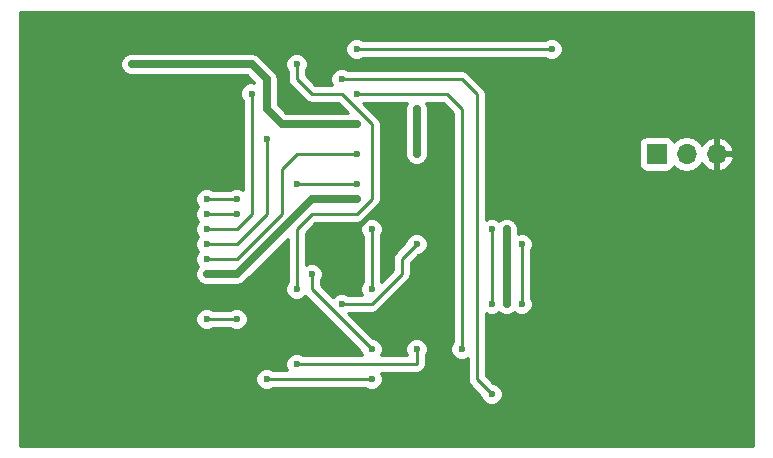
<source format=gbr>
G04 #@! TF.FileFunction,Copper,L2,Bot,Signal*
%FSLAX46Y46*%
G04 Gerber Fmt 4.6, Leading zero omitted, Abs format (unit mm)*
G04 Created by KiCad (PCBNEW 4.0.7) date Tue Nov 21 09:12:45 2017*
%MOMM*%
%LPD*%
G01*
G04 APERTURE LIST*
%ADD10C,0.100000*%
%ADD11R,1.700000X1.700000*%
%ADD12O,1.700000X1.700000*%
%ADD13C,0.600000*%
%ADD14C,0.250000*%
%ADD15C,0.635000*%
%ADD16C,0.254000*%
G04 APERTURE END LIST*
D10*
D11*
X158750000Y-83820000D03*
D12*
X161290000Y-83820000D03*
X163830000Y-83820000D03*
D13*
X107950000Y-94650000D03*
X107950000Y-99660000D03*
X107950000Y-103540000D03*
X163830000Y-98425000D03*
X163830000Y-103470000D03*
X163830000Y-94580000D03*
X147320000Y-78740000D03*
X132080000Y-91440000D03*
X139700000Y-93980000D03*
X107950000Y-101600000D03*
X107950000Y-96520000D03*
X129540000Y-106680000D03*
X163830000Y-96520000D03*
X163830000Y-101600000D03*
X112130000Y-74560000D03*
X123190000Y-73660000D03*
X130810000Y-72390000D03*
X146050000Y-73660000D03*
X121920000Y-76200000D03*
X133350000Y-81280000D03*
X114300000Y-76200000D03*
X146050000Y-90170000D03*
X146050000Y-96520000D03*
X144780000Y-90170000D03*
X144780000Y-96520000D03*
X133350000Y-83820000D03*
X120650000Y-92710000D03*
X128270000Y-86360000D03*
X133350000Y-86360000D03*
X125730000Y-82510000D03*
X120650000Y-91440000D03*
X142240000Y-100330000D03*
X133350000Y-78740000D03*
X124460000Y-78700000D03*
X120650000Y-90170000D03*
X144780000Y-104140000D03*
X132080000Y-77470000D03*
X149860000Y-74930000D03*
X133350000Y-74930000D03*
X128270000Y-76200000D03*
X128270000Y-95250000D03*
X134620000Y-90170000D03*
X134620000Y-95250000D03*
X138430000Y-100330000D03*
X128270000Y-101600000D03*
X125730000Y-102870000D03*
X134620000Y-102870000D03*
X120650000Y-87630000D03*
X123190000Y-87630000D03*
X120650000Y-97790000D03*
X123190000Y-97790000D03*
X147320000Y-91440000D03*
X147320000Y-96520000D03*
X138430000Y-91440000D03*
X132080000Y-96520000D03*
X138430000Y-80010000D03*
X138430000Y-83820000D03*
X133350000Y-87630000D03*
X120650000Y-93980000D03*
X120650000Y-88900000D03*
X123190000Y-88900000D03*
X129540000Y-93980000D03*
X134620000Y-100330000D03*
D14*
X163830000Y-96520000D02*
X163830000Y-93980000D01*
X163830000Y-102870000D02*
X163830000Y-106680000D01*
X163830000Y-106680000D02*
X139700000Y-106680000D01*
X107950000Y-94650000D02*
X107950000Y-95250000D01*
X107950000Y-96520000D02*
X107950000Y-95250000D01*
X107950000Y-99060000D02*
X107950000Y-96520000D01*
X107950000Y-101600000D02*
X107950000Y-99060000D01*
X107950000Y-104140000D02*
X107950000Y-106680000D01*
X107950000Y-101600000D02*
X107950000Y-104140000D01*
X107950000Y-106680000D02*
X129540000Y-106680000D01*
X163830000Y-98425000D02*
X163830000Y-101600000D01*
X163830000Y-97790000D02*
X163830000Y-98425000D01*
X163830000Y-97790000D02*
X163830000Y-96520000D01*
X163830000Y-102870000D02*
X163830000Y-103470000D01*
X147320000Y-78740000D02*
X147320000Y-80010000D01*
X139700000Y-88900000D02*
X139700000Y-93980000D01*
X134620000Y-88900000D02*
X139700000Y-88900000D01*
X132080000Y-91440000D02*
X134620000Y-88900000D01*
X139700000Y-93980000D02*
X139700000Y-106680000D01*
X129540000Y-106680000D02*
X139700000Y-106680000D01*
X163830000Y-102870000D02*
X163830000Y-101600000D01*
X163830000Y-93980000D02*
X163830000Y-83820000D01*
X122290000Y-74560000D02*
X123190000Y-73660000D01*
X112130000Y-74560000D02*
X122290000Y-74560000D01*
X123190000Y-73660000D02*
X130810000Y-73660000D01*
X130810000Y-73660000D02*
X146050000Y-73660000D01*
X130810000Y-72390000D02*
X130810000Y-73660000D01*
X151130000Y-73660000D02*
X151130000Y-81280000D01*
X146050000Y-73660000D02*
X151130000Y-73660000D01*
X147320000Y-80010000D02*
X148590000Y-81280000D01*
X148590000Y-81280000D02*
X151130000Y-81280000D01*
X163830000Y-81280000D02*
X163830000Y-83820000D01*
X151130000Y-81280000D02*
X163830000Y-81280000D01*
D15*
X132080000Y-81280000D02*
X133350000Y-81280000D01*
X124460000Y-76200000D02*
X121920000Y-76200000D01*
X121920000Y-76200000D02*
X114300000Y-76200000D01*
X127000000Y-81280000D02*
X125730000Y-80010000D01*
X125730000Y-80010000D02*
X125730000Y-77470000D01*
X125730000Y-77470000D02*
X124460000Y-76200000D01*
X127000000Y-81280000D02*
X132080000Y-81280000D01*
X146050000Y-90170000D02*
X146050000Y-96520000D01*
D14*
X144780000Y-96520000D02*
X144780000Y-90170000D01*
X120650000Y-92710000D02*
X123190000Y-92710000D01*
X128270000Y-83820000D02*
X133350000Y-83820000D01*
X127000000Y-85090000D02*
X128270000Y-83820000D01*
X127000000Y-88900000D02*
X127000000Y-85090000D01*
X123190000Y-92710000D02*
X127000000Y-88900000D01*
X128270000Y-86360000D02*
X133350000Y-86360000D01*
X125730000Y-82510000D02*
X125730000Y-88900000D01*
X120650000Y-91440000D02*
X123190000Y-91440000D01*
X123190000Y-91440000D02*
X125730000Y-88900000D01*
X140970000Y-78740000D02*
X133350000Y-78740000D01*
X142240000Y-80010000D02*
X142240000Y-100330000D01*
X140970000Y-78740000D02*
X142240000Y-80010000D01*
X124460000Y-78700000D02*
X124460000Y-88900000D01*
X123190000Y-90170000D02*
X124460000Y-88900000D01*
X120650000Y-90170000D02*
X123190000Y-90170000D01*
X142240000Y-77470000D02*
X132080000Y-77470000D01*
X143510000Y-102870000D02*
X144780000Y-104140000D01*
X143510000Y-78740000D02*
X143510000Y-102870000D01*
X142240000Y-77470000D02*
X143510000Y-78740000D01*
X149860000Y-74930000D02*
X133350000Y-74930000D01*
X128270000Y-77470000D02*
X128270000Y-76200000D01*
X129540000Y-78740000D02*
X128270000Y-77470000D01*
X132080000Y-78740000D02*
X129540000Y-78740000D01*
X134620000Y-81280000D02*
X132080000Y-78740000D01*
X134620000Y-87630000D02*
X134620000Y-81280000D01*
X133350000Y-88900000D02*
X134620000Y-87630000D01*
X129540000Y-88900000D02*
X133350000Y-88900000D01*
X128270000Y-90170000D02*
X129540000Y-88900000D01*
X128270000Y-91440000D02*
X128270000Y-90170000D01*
X128270000Y-95250000D02*
X128270000Y-91440000D01*
X134620000Y-95250000D02*
X134620000Y-90170000D01*
X138430000Y-101600000D02*
X138430000Y-100330000D01*
X138430000Y-101600000D02*
X128270000Y-101600000D01*
X134620000Y-102870000D02*
X125730000Y-102870000D01*
X120650000Y-87630000D02*
X123190000Y-87630000D01*
X123190000Y-97790000D02*
X120650000Y-97790000D01*
X147320000Y-96520000D02*
X147320000Y-91440000D01*
X137160000Y-92710000D02*
X138430000Y-91440000D01*
X137160000Y-93980000D02*
X137160000Y-92710000D01*
X134620000Y-96520000D02*
X137160000Y-93980000D01*
X132080000Y-96520000D02*
X134620000Y-96520000D01*
D15*
X120650000Y-93980000D02*
X123190000Y-93980000D01*
X129540000Y-87630000D02*
X133350000Y-87630000D01*
X128270000Y-88900000D02*
X129540000Y-87630000D01*
X123190000Y-93980000D02*
X128270000Y-88900000D01*
X138430000Y-83820000D02*
X138430000Y-80010000D01*
D14*
X120650000Y-88900000D02*
X123190000Y-88900000D01*
X129540000Y-95250000D02*
X129540000Y-93980000D01*
X134620000Y-100330000D02*
X129540000Y-95250000D01*
D16*
G36*
X166930000Y-108510000D02*
X104850000Y-108510000D01*
X104850000Y-97975167D01*
X119714838Y-97975167D01*
X119856883Y-98318943D01*
X120119673Y-98582192D01*
X120463201Y-98724838D01*
X120835167Y-98725162D01*
X121178943Y-98583117D01*
X121212118Y-98550000D01*
X122627537Y-98550000D01*
X122659673Y-98582192D01*
X123003201Y-98724838D01*
X123375167Y-98725162D01*
X123718943Y-98583117D01*
X123982192Y-98320327D01*
X124124838Y-97976799D01*
X124125162Y-97604833D01*
X123983117Y-97261057D01*
X123720327Y-96997808D01*
X123376799Y-96855162D01*
X123004833Y-96854838D01*
X122661057Y-96996883D01*
X122627882Y-97030000D01*
X121212463Y-97030000D01*
X121180327Y-96997808D01*
X120836799Y-96855162D01*
X120464833Y-96854838D01*
X120121057Y-96996883D01*
X119857808Y-97259673D01*
X119715162Y-97603201D01*
X119714838Y-97975167D01*
X104850000Y-97975167D01*
X104850000Y-76200000D01*
X113347500Y-76200000D01*
X113364923Y-76287591D01*
X113364838Y-76385167D01*
X113402428Y-76476143D01*
X113420005Y-76564506D01*
X113469621Y-76638761D01*
X113506883Y-76728943D01*
X113576428Y-76798610D01*
X113626481Y-76873519D01*
X113700736Y-76923135D01*
X113769673Y-76992192D01*
X113860584Y-77029942D01*
X113935494Y-77079995D01*
X114023083Y-77097418D01*
X114113201Y-77134838D01*
X114211638Y-77134924D01*
X114300000Y-77152500D01*
X124065462Y-77152500D01*
X124700368Y-77787406D01*
X124646799Y-77765162D01*
X124274833Y-77764838D01*
X123931057Y-77906883D01*
X123667808Y-78169673D01*
X123525162Y-78513201D01*
X123524838Y-78885167D01*
X123666883Y-79228943D01*
X123700000Y-79262118D01*
X123700000Y-86829367D01*
X123376799Y-86695162D01*
X123004833Y-86694838D01*
X122661057Y-86836883D01*
X122627882Y-86870000D01*
X121212463Y-86870000D01*
X121180327Y-86837808D01*
X120836799Y-86695162D01*
X120464833Y-86694838D01*
X120121057Y-86836883D01*
X119857808Y-87099673D01*
X119715162Y-87443201D01*
X119714838Y-87815167D01*
X119856883Y-88158943D01*
X119962710Y-88264954D01*
X119857808Y-88369673D01*
X119715162Y-88713201D01*
X119714838Y-89085167D01*
X119856883Y-89428943D01*
X119962710Y-89534954D01*
X119857808Y-89639673D01*
X119715162Y-89983201D01*
X119714838Y-90355167D01*
X119856883Y-90698943D01*
X119962710Y-90804954D01*
X119857808Y-90909673D01*
X119715162Y-91253201D01*
X119714838Y-91625167D01*
X119856883Y-91968943D01*
X119962710Y-92074954D01*
X119857808Y-92179673D01*
X119715162Y-92523201D01*
X119714838Y-92895167D01*
X119856883Y-93238943D01*
X119955560Y-93337792D01*
X119926865Y-93380736D01*
X119857808Y-93449673D01*
X119820058Y-93540584D01*
X119770005Y-93615494D01*
X119752582Y-93703083D01*
X119715162Y-93793201D01*
X119715076Y-93891638D01*
X119697500Y-93980000D01*
X119714923Y-94067591D01*
X119714838Y-94165167D01*
X119752428Y-94256143D01*
X119770005Y-94344506D01*
X119819621Y-94418761D01*
X119856883Y-94508943D01*
X119926428Y-94578610D01*
X119976481Y-94653519D01*
X120050736Y-94703135D01*
X120119673Y-94772192D01*
X120210584Y-94809942D01*
X120285494Y-94859995D01*
X120373083Y-94877418D01*
X120463201Y-94914838D01*
X120561638Y-94914924D01*
X120650000Y-94932500D01*
X123190000Y-94932500D01*
X123554506Y-94859995D01*
X123863519Y-94653519D01*
X127510000Y-91007038D01*
X127510000Y-94687537D01*
X127477808Y-94719673D01*
X127335162Y-95063201D01*
X127334838Y-95435167D01*
X127476883Y-95778943D01*
X127739673Y-96042192D01*
X128083201Y-96184838D01*
X128455167Y-96185162D01*
X128798943Y-96043117D01*
X129028829Y-95813631D01*
X133684878Y-100469680D01*
X133684838Y-100515167D01*
X133819056Y-100840000D01*
X128832463Y-100840000D01*
X128800327Y-100807808D01*
X128456799Y-100665162D01*
X128084833Y-100664838D01*
X127741057Y-100806883D01*
X127477808Y-101069673D01*
X127335162Y-101413201D01*
X127334838Y-101785167D01*
X127469056Y-102110000D01*
X126292463Y-102110000D01*
X126260327Y-102077808D01*
X125916799Y-101935162D01*
X125544833Y-101934838D01*
X125201057Y-102076883D01*
X124937808Y-102339673D01*
X124795162Y-102683201D01*
X124794838Y-103055167D01*
X124936883Y-103398943D01*
X125199673Y-103662192D01*
X125543201Y-103804838D01*
X125915167Y-103805162D01*
X126258943Y-103663117D01*
X126292118Y-103630000D01*
X134057537Y-103630000D01*
X134089673Y-103662192D01*
X134433201Y-103804838D01*
X134805167Y-103805162D01*
X135148943Y-103663117D01*
X135412192Y-103400327D01*
X135554838Y-103056799D01*
X135555162Y-102684833D01*
X135420944Y-102360000D01*
X138430000Y-102360000D01*
X138720839Y-102302148D01*
X138967401Y-102137401D01*
X139132148Y-101890839D01*
X139190000Y-101600000D01*
X139190000Y-100892463D01*
X139222192Y-100860327D01*
X139364838Y-100516799D01*
X139365162Y-100144833D01*
X139223117Y-99801057D01*
X138960327Y-99537808D01*
X138616799Y-99395162D01*
X138244833Y-99394838D01*
X137901057Y-99536883D01*
X137637808Y-99799673D01*
X137495162Y-100143201D01*
X137494838Y-100515167D01*
X137629056Y-100840000D01*
X135420633Y-100840000D01*
X135554838Y-100516799D01*
X135555162Y-100144833D01*
X135413117Y-99801057D01*
X135150327Y-99537808D01*
X134806799Y-99395162D01*
X134759923Y-99395121D01*
X132644802Y-97280000D01*
X134620000Y-97280000D01*
X134910839Y-97222148D01*
X135157401Y-97057401D01*
X137697401Y-94517401D01*
X137862148Y-94270840D01*
X137882843Y-94166799D01*
X137920000Y-93980000D01*
X137920000Y-93024802D01*
X138569680Y-92375122D01*
X138615167Y-92375162D01*
X138958943Y-92233117D01*
X139222192Y-91970327D01*
X139364838Y-91626799D01*
X139365162Y-91254833D01*
X139223117Y-90911057D01*
X138960327Y-90647808D01*
X138616799Y-90505162D01*
X138244833Y-90504838D01*
X137901057Y-90646883D01*
X137637808Y-90909673D01*
X137495162Y-91253201D01*
X137495121Y-91300077D01*
X136622599Y-92172599D01*
X136457852Y-92419161D01*
X136400000Y-92710000D01*
X136400000Y-93665198D01*
X135380000Y-94685198D01*
X135380000Y-90732463D01*
X135412192Y-90700327D01*
X135554838Y-90356799D01*
X135555162Y-89984833D01*
X135413117Y-89641057D01*
X135150327Y-89377808D01*
X134806799Y-89235162D01*
X134434833Y-89234838D01*
X134091057Y-89376883D01*
X133827808Y-89639673D01*
X133685162Y-89983201D01*
X133684838Y-90355167D01*
X133826883Y-90698943D01*
X133860000Y-90732118D01*
X133860000Y-94687537D01*
X133827808Y-94719673D01*
X133685162Y-95063201D01*
X133684838Y-95435167D01*
X133819056Y-95760000D01*
X132642463Y-95760000D01*
X132610327Y-95727808D01*
X132266799Y-95585162D01*
X131894833Y-95584838D01*
X131551057Y-95726883D01*
X131321171Y-95956369D01*
X130300000Y-94935198D01*
X130300000Y-94542463D01*
X130332192Y-94510327D01*
X130474838Y-94166799D01*
X130475162Y-93794833D01*
X130333117Y-93451057D01*
X130070327Y-93187808D01*
X129726799Y-93045162D01*
X129354833Y-93044838D01*
X129030000Y-93179056D01*
X129030000Y-90484802D01*
X129854802Y-89660000D01*
X133350000Y-89660000D01*
X133640839Y-89602148D01*
X133887401Y-89437401D01*
X135157401Y-88167401D01*
X135322148Y-87920840D01*
X135380000Y-87630000D01*
X135380000Y-81280000D01*
X135322148Y-80989161D01*
X135322148Y-80989160D01*
X135157401Y-80742599D01*
X133914802Y-79500000D01*
X137629367Y-79500000D01*
X137600058Y-79570584D01*
X137550005Y-79645494D01*
X137532582Y-79733083D01*
X137495162Y-79823201D01*
X137495076Y-79921638D01*
X137477500Y-80010000D01*
X137477500Y-83820000D01*
X137494923Y-83907591D01*
X137494838Y-84005167D01*
X137532428Y-84096143D01*
X137550005Y-84184506D01*
X137599621Y-84258761D01*
X137636883Y-84348943D01*
X137706428Y-84418610D01*
X137756481Y-84493519D01*
X137830736Y-84543135D01*
X137899673Y-84612192D01*
X137990584Y-84649942D01*
X138065494Y-84699995D01*
X138153083Y-84717418D01*
X138243201Y-84754838D01*
X138341638Y-84754924D01*
X138430000Y-84772500D01*
X138517591Y-84755077D01*
X138615167Y-84755162D01*
X138706143Y-84717572D01*
X138794506Y-84699995D01*
X138868761Y-84650379D01*
X138958943Y-84613117D01*
X139028610Y-84543572D01*
X139103519Y-84493519D01*
X139153135Y-84419264D01*
X139222192Y-84350327D01*
X139259942Y-84259416D01*
X139309995Y-84184506D01*
X139327418Y-84096917D01*
X139364838Y-84006799D01*
X139364924Y-83908362D01*
X139382500Y-83820000D01*
X139382500Y-80010000D01*
X139365077Y-79922409D01*
X139365162Y-79824833D01*
X139327572Y-79733857D01*
X139309995Y-79645494D01*
X139260379Y-79571239D01*
X139230944Y-79500000D01*
X140655198Y-79500000D01*
X141480000Y-80324802D01*
X141480000Y-99767537D01*
X141447808Y-99799673D01*
X141305162Y-100143201D01*
X141304838Y-100515167D01*
X141446883Y-100858943D01*
X141709673Y-101122192D01*
X142053201Y-101264838D01*
X142425167Y-101265162D01*
X142750000Y-101130944D01*
X142750000Y-102870000D01*
X142807852Y-103160839D01*
X142972599Y-103407401D01*
X143844878Y-104279680D01*
X143844838Y-104325167D01*
X143986883Y-104668943D01*
X144249673Y-104932192D01*
X144593201Y-105074838D01*
X144965167Y-105075162D01*
X145308943Y-104933117D01*
X145572192Y-104670327D01*
X145714838Y-104326799D01*
X145715162Y-103954833D01*
X145573117Y-103611057D01*
X145310327Y-103347808D01*
X144966799Y-103205162D01*
X144919923Y-103205121D01*
X144270000Y-102555198D01*
X144270000Y-97320633D01*
X144593201Y-97454838D01*
X144965167Y-97455162D01*
X145308943Y-97313117D01*
X145407792Y-97214440D01*
X145450736Y-97243135D01*
X145519673Y-97312192D01*
X145610584Y-97349942D01*
X145685494Y-97399995D01*
X145773083Y-97417418D01*
X145863201Y-97454838D01*
X145961638Y-97454924D01*
X146050000Y-97472500D01*
X146137591Y-97455077D01*
X146235167Y-97455162D01*
X146326143Y-97417572D01*
X146414506Y-97399995D01*
X146488761Y-97350379D01*
X146578943Y-97313117D01*
X146648610Y-97243572D01*
X146692138Y-97214487D01*
X146789673Y-97312192D01*
X147133201Y-97454838D01*
X147505167Y-97455162D01*
X147848943Y-97313117D01*
X148112192Y-97050327D01*
X148254838Y-96706799D01*
X148255162Y-96334833D01*
X148113117Y-95991057D01*
X148080000Y-95957882D01*
X148080000Y-92002463D01*
X148112192Y-91970327D01*
X148254838Y-91626799D01*
X148255162Y-91254833D01*
X148113117Y-90911057D01*
X147850327Y-90647808D01*
X147506799Y-90505162D01*
X147134833Y-90504838D01*
X147002500Y-90559517D01*
X147002500Y-90170000D01*
X146985077Y-90082409D01*
X146985162Y-89984833D01*
X146947572Y-89893857D01*
X146929995Y-89805494D01*
X146880379Y-89731239D01*
X146843117Y-89641057D01*
X146773572Y-89571390D01*
X146723519Y-89496481D01*
X146649264Y-89446865D01*
X146580327Y-89377808D01*
X146489416Y-89340058D01*
X146414506Y-89290005D01*
X146326917Y-89272582D01*
X146236799Y-89235162D01*
X146138362Y-89235076D01*
X146050000Y-89217500D01*
X145962409Y-89234923D01*
X145864833Y-89234838D01*
X145773857Y-89272428D01*
X145685494Y-89290005D01*
X145611239Y-89339621D01*
X145521057Y-89376883D01*
X145451390Y-89446428D01*
X145407862Y-89475513D01*
X145310327Y-89377808D01*
X144966799Y-89235162D01*
X144594833Y-89234838D01*
X144270000Y-89369056D01*
X144270000Y-82970000D01*
X157252560Y-82970000D01*
X157252560Y-84670000D01*
X157296838Y-84905317D01*
X157435910Y-85121441D01*
X157648110Y-85266431D01*
X157900000Y-85317440D01*
X159600000Y-85317440D01*
X159835317Y-85273162D01*
X160051441Y-85134090D01*
X160196431Y-84921890D01*
X160210086Y-84854459D01*
X160239946Y-84899147D01*
X160721715Y-85221054D01*
X161290000Y-85334093D01*
X161858285Y-85221054D01*
X162340054Y-84899147D01*
X162567702Y-84558447D01*
X162634817Y-84701358D01*
X163063076Y-85091645D01*
X163473110Y-85261476D01*
X163703000Y-85140155D01*
X163703000Y-83947000D01*
X163957000Y-83947000D01*
X163957000Y-85140155D01*
X164186890Y-85261476D01*
X164596924Y-85091645D01*
X165025183Y-84701358D01*
X165271486Y-84176892D01*
X165150819Y-83947000D01*
X163957000Y-83947000D01*
X163703000Y-83947000D01*
X163683000Y-83947000D01*
X163683000Y-83693000D01*
X163703000Y-83693000D01*
X163703000Y-82499845D01*
X163957000Y-82499845D01*
X163957000Y-83693000D01*
X165150819Y-83693000D01*
X165271486Y-83463108D01*
X165025183Y-82938642D01*
X164596924Y-82548355D01*
X164186890Y-82378524D01*
X163957000Y-82499845D01*
X163703000Y-82499845D01*
X163473110Y-82378524D01*
X163063076Y-82548355D01*
X162634817Y-82938642D01*
X162567702Y-83081553D01*
X162340054Y-82740853D01*
X161858285Y-82418946D01*
X161290000Y-82305907D01*
X160721715Y-82418946D01*
X160239946Y-82740853D01*
X160212150Y-82782452D01*
X160203162Y-82734683D01*
X160064090Y-82518559D01*
X159851890Y-82373569D01*
X159600000Y-82322560D01*
X157900000Y-82322560D01*
X157664683Y-82366838D01*
X157448559Y-82505910D01*
X157303569Y-82718110D01*
X157252560Y-82970000D01*
X144270000Y-82970000D01*
X144270000Y-78740000D01*
X144225211Y-78514833D01*
X144212148Y-78449160D01*
X144047401Y-78202599D01*
X142777401Y-76932599D01*
X142530839Y-76767852D01*
X142240000Y-76710000D01*
X132642463Y-76710000D01*
X132610327Y-76677808D01*
X132266799Y-76535162D01*
X131894833Y-76534838D01*
X131551057Y-76676883D01*
X131287808Y-76939673D01*
X131145162Y-77283201D01*
X131144838Y-77655167D01*
X131279056Y-77980000D01*
X129854802Y-77980000D01*
X129030000Y-77155198D01*
X129030000Y-76762463D01*
X129062192Y-76730327D01*
X129204838Y-76386799D01*
X129205162Y-76014833D01*
X129063117Y-75671057D01*
X128800327Y-75407808D01*
X128456799Y-75265162D01*
X128084833Y-75264838D01*
X127741057Y-75406883D01*
X127477808Y-75669673D01*
X127335162Y-76013201D01*
X127334838Y-76385167D01*
X127476883Y-76728943D01*
X127510000Y-76762118D01*
X127510000Y-77470000D01*
X127567852Y-77760839D01*
X127732599Y-78007401D01*
X129002599Y-79277401D01*
X129249160Y-79442148D01*
X129540000Y-79500000D01*
X131765198Y-79500000D01*
X132592698Y-80327500D01*
X127394538Y-80327500D01*
X126682500Y-79615462D01*
X126682500Y-77470000D01*
X126609995Y-77105494D01*
X126403519Y-76796481D01*
X125133519Y-75526481D01*
X124824506Y-75320005D01*
X124460000Y-75247500D01*
X114300000Y-75247500D01*
X114212409Y-75264923D01*
X114114833Y-75264838D01*
X114023857Y-75302428D01*
X113935494Y-75320005D01*
X113861239Y-75369621D01*
X113771057Y-75406883D01*
X113701390Y-75476428D01*
X113626481Y-75526481D01*
X113576865Y-75600736D01*
X113507808Y-75669673D01*
X113470058Y-75760584D01*
X113420005Y-75835494D01*
X113402582Y-75923083D01*
X113365162Y-76013201D01*
X113365076Y-76111638D01*
X113347500Y-76200000D01*
X104850000Y-76200000D01*
X104850000Y-75115167D01*
X132414838Y-75115167D01*
X132556883Y-75458943D01*
X132819673Y-75722192D01*
X133163201Y-75864838D01*
X133535167Y-75865162D01*
X133878943Y-75723117D01*
X133912118Y-75690000D01*
X149297537Y-75690000D01*
X149329673Y-75722192D01*
X149673201Y-75864838D01*
X150045167Y-75865162D01*
X150388943Y-75723117D01*
X150652192Y-75460327D01*
X150794838Y-75116799D01*
X150795162Y-74744833D01*
X150653117Y-74401057D01*
X150390327Y-74137808D01*
X150046799Y-73995162D01*
X149674833Y-73994838D01*
X149331057Y-74136883D01*
X149297882Y-74170000D01*
X133912463Y-74170000D01*
X133880327Y-74137808D01*
X133536799Y-73995162D01*
X133164833Y-73994838D01*
X132821057Y-74136883D01*
X132557808Y-74399673D01*
X132415162Y-74743201D01*
X132414838Y-75115167D01*
X104850000Y-75115167D01*
X104850000Y-71830000D01*
X166930000Y-71830000D01*
X166930000Y-108510000D01*
X166930000Y-108510000D01*
G37*
X166930000Y-108510000D02*
X104850000Y-108510000D01*
X104850000Y-97975167D01*
X119714838Y-97975167D01*
X119856883Y-98318943D01*
X120119673Y-98582192D01*
X120463201Y-98724838D01*
X120835167Y-98725162D01*
X121178943Y-98583117D01*
X121212118Y-98550000D01*
X122627537Y-98550000D01*
X122659673Y-98582192D01*
X123003201Y-98724838D01*
X123375167Y-98725162D01*
X123718943Y-98583117D01*
X123982192Y-98320327D01*
X124124838Y-97976799D01*
X124125162Y-97604833D01*
X123983117Y-97261057D01*
X123720327Y-96997808D01*
X123376799Y-96855162D01*
X123004833Y-96854838D01*
X122661057Y-96996883D01*
X122627882Y-97030000D01*
X121212463Y-97030000D01*
X121180327Y-96997808D01*
X120836799Y-96855162D01*
X120464833Y-96854838D01*
X120121057Y-96996883D01*
X119857808Y-97259673D01*
X119715162Y-97603201D01*
X119714838Y-97975167D01*
X104850000Y-97975167D01*
X104850000Y-76200000D01*
X113347500Y-76200000D01*
X113364923Y-76287591D01*
X113364838Y-76385167D01*
X113402428Y-76476143D01*
X113420005Y-76564506D01*
X113469621Y-76638761D01*
X113506883Y-76728943D01*
X113576428Y-76798610D01*
X113626481Y-76873519D01*
X113700736Y-76923135D01*
X113769673Y-76992192D01*
X113860584Y-77029942D01*
X113935494Y-77079995D01*
X114023083Y-77097418D01*
X114113201Y-77134838D01*
X114211638Y-77134924D01*
X114300000Y-77152500D01*
X124065462Y-77152500D01*
X124700368Y-77787406D01*
X124646799Y-77765162D01*
X124274833Y-77764838D01*
X123931057Y-77906883D01*
X123667808Y-78169673D01*
X123525162Y-78513201D01*
X123524838Y-78885167D01*
X123666883Y-79228943D01*
X123700000Y-79262118D01*
X123700000Y-86829367D01*
X123376799Y-86695162D01*
X123004833Y-86694838D01*
X122661057Y-86836883D01*
X122627882Y-86870000D01*
X121212463Y-86870000D01*
X121180327Y-86837808D01*
X120836799Y-86695162D01*
X120464833Y-86694838D01*
X120121057Y-86836883D01*
X119857808Y-87099673D01*
X119715162Y-87443201D01*
X119714838Y-87815167D01*
X119856883Y-88158943D01*
X119962710Y-88264954D01*
X119857808Y-88369673D01*
X119715162Y-88713201D01*
X119714838Y-89085167D01*
X119856883Y-89428943D01*
X119962710Y-89534954D01*
X119857808Y-89639673D01*
X119715162Y-89983201D01*
X119714838Y-90355167D01*
X119856883Y-90698943D01*
X119962710Y-90804954D01*
X119857808Y-90909673D01*
X119715162Y-91253201D01*
X119714838Y-91625167D01*
X119856883Y-91968943D01*
X119962710Y-92074954D01*
X119857808Y-92179673D01*
X119715162Y-92523201D01*
X119714838Y-92895167D01*
X119856883Y-93238943D01*
X119955560Y-93337792D01*
X119926865Y-93380736D01*
X119857808Y-93449673D01*
X119820058Y-93540584D01*
X119770005Y-93615494D01*
X119752582Y-93703083D01*
X119715162Y-93793201D01*
X119715076Y-93891638D01*
X119697500Y-93980000D01*
X119714923Y-94067591D01*
X119714838Y-94165167D01*
X119752428Y-94256143D01*
X119770005Y-94344506D01*
X119819621Y-94418761D01*
X119856883Y-94508943D01*
X119926428Y-94578610D01*
X119976481Y-94653519D01*
X120050736Y-94703135D01*
X120119673Y-94772192D01*
X120210584Y-94809942D01*
X120285494Y-94859995D01*
X120373083Y-94877418D01*
X120463201Y-94914838D01*
X120561638Y-94914924D01*
X120650000Y-94932500D01*
X123190000Y-94932500D01*
X123554506Y-94859995D01*
X123863519Y-94653519D01*
X127510000Y-91007038D01*
X127510000Y-94687537D01*
X127477808Y-94719673D01*
X127335162Y-95063201D01*
X127334838Y-95435167D01*
X127476883Y-95778943D01*
X127739673Y-96042192D01*
X128083201Y-96184838D01*
X128455167Y-96185162D01*
X128798943Y-96043117D01*
X129028829Y-95813631D01*
X133684878Y-100469680D01*
X133684838Y-100515167D01*
X133819056Y-100840000D01*
X128832463Y-100840000D01*
X128800327Y-100807808D01*
X128456799Y-100665162D01*
X128084833Y-100664838D01*
X127741057Y-100806883D01*
X127477808Y-101069673D01*
X127335162Y-101413201D01*
X127334838Y-101785167D01*
X127469056Y-102110000D01*
X126292463Y-102110000D01*
X126260327Y-102077808D01*
X125916799Y-101935162D01*
X125544833Y-101934838D01*
X125201057Y-102076883D01*
X124937808Y-102339673D01*
X124795162Y-102683201D01*
X124794838Y-103055167D01*
X124936883Y-103398943D01*
X125199673Y-103662192D01*
X125543201Y-103804838D01*
X125915167Y-103805162D01*
X126258943Y-103663117D01*
X126292118Y-103630000D01*
X134057537Y-103630000D01*
X134089673Y-103662192D01*
X134433201Y-103804838D01*
X134805167Y-103805162D01*
X135148943Y-103663117D01*
X135412192Y-103400327D01*
X135554838Y-103056799D01*
X135555162Y-102684833D01*
X135420944Y-102360000D01*
X138430000Y-102360000D01*
X138720839Y-102302148D01*
X138967401Y-102137401D01*
X139132148Y-101890839D01*
X139190000Y-101600000D01*
X139190000Y-100892463D01*
X139222192Y-100860327D01*
X139364838Y-100516799D01*
X139365162Y-100144833D01*
X139223117Y-99801057D01*
X138960327Y-99537808D01*
X138616799Y-99395162D01*
X138244833Y-99394838D01*
X137901057Y-99536883D01*
X137637808Y-99799673D01*
X137495162Y-100143201D01*
X137494838Y-100515167D01*
X137629056Y-100840000D01*
X135420633Y-100840000D01*
X135554838Y-100516799D01*
X135555162Y-100144833D01*
X135413117Y-99801057D01*
X135150327Y-99537808D01*
X134806799Y-99395162D01*
X134759923Y-99395121D01*
X132644802Y-97280000D01*
X134620000Y-97280000D01*
X134910839Y-97222148D01*
X135157401Y-97057401D01*
X137697401Y-94517401D01*
X137862148Y-94270840D01*
X137882843Y-94166799D01*
X137920000Y-93980000D01*
X137920000Y-93024802D01*
X138569680Y-92375122D01*
X138615167Y-92375162D01*
X138958943Y-92233117D01*
X139222192Y-91970327D01*
X139364838Y-91626799D01*
X139365162Y-91254833D01*
X139223117Y-90911057D01*
X138960327Y-90647808D01*
X138616799Y-90505162D01*
X138244833Y-90504838D01*
X137901057Y-90646883D01*
X137637808Y-90909673D01*
X137495162Y-91253201D01*
X137495121Y-91300077D01*
X136622599Y-92172599D01*
X136457852Y-92419161D01*
X136400000Y-92710000D01*
X136400000Y-93665198D01*
X135380000Y-94685198D01*
X135380000Y-90732463D01*
X135412192Y-90700327D01*
X135554838Y-90356799D01*
X135555162Y-89984833D01*
X135413117Y-89641057D01*
X135150327Y-89377808D01*
X134806799Y-89235162D01*
X134434833Y-89234838D01*
X134091057Y-89376883D01*
X133827808Y-89639673D01*
X133685162Y-89983201D01*
X133684838Y-90355167D01*
X133826883Y-90698943D01*
X133860000Y-90732118D01*
X133860000Y-94687537D01*
X133827808Y-94719673D01*
X133685162Y-95063201D01*
X133684838Y-95435167D01*
X133819056Y-95760000D01*
X132642463Y-95760000D01*
X132610327Y-95727808D01*
X132266799Y-95585162D01*
X131894833Y-95584838D01*
X131551057Y-95726883D01*
X131321171Y-95956369D01*
X130300000Y-94935198D01*
X130300000Y-94542463D01*
X130332192Y-94510327D01*
X130474838Y-94166799D01*
X130475162Y-93794833D01*
X130333117Y-93451057D01*
X130070327Y-93187808D01*
X129726799Y-93045162D01*
X129354833Y-93044838D01*
X129030000Y-93179056D01*
X129030000Y-90484802D01*
X129854802Y-89660000D01*
X133350000Y-89660000D01*
X133640839Y-89602148D01*
X133887401Y-89437401D01*
X135157401Y-88167401D01*
X135322148Y-87920840D01*
X135380000Y-87630000D01*
X135380000Y-81280000D01*
X135322148Y-80989161D01*
X135322148Y-80989160D01*
X135157401Y-80742599D01*
X133914802Y-79500000D01*
X137629367Y-79500000D01*
X137600058Y-79570584D01*
X137550005Y-79645494D01*
X137532582Y-79733083D01*
X137495162Y-79823201D01*
X137495076Y-79921638D01*
X137477500Y-80010000D01*
X137477500Y-83820000D01*
X137494923Y-83907591D01*
X137494838Y-84005167D01*
X137532428Y-84096143D01*
X137550005Y-84184506D01*
X137599621Y-84258761D01*
X137636883Y-84348943D01*
X137706428Y-84418610D01*
X137756481Y-84493519D01*
X137830736Y-84543135D01*
X137899673Y-84612192D01*
X137990584Y-84649942D01*
X138065494Y-84699995D01*
X138153083Y-84717418D01*
X138243201Y-84754838D01*
X138341638Y-84754924D01*
X138430000Y-84772500D01*
X138517591Y-84755077D01*
X138615167Y-84755162D01*
X138706143Y-84717572D01*
X138794506Y-84699995D01*
X138868761Y-84650379D01*
X138958943Y-84613117D01*
X139028610Y-84543572D01*
X139103519Y-84493519D01*
X139153135Y-84419264D01*
X139222192Y-84350327D01*
X139259942Y-84259416D01*
X139309995Y-84184506D01*
X139327418Y-84096917D01*
X139364838Y-84006799D01*
X139364924Y-83908362D01*
X139382500Y-83820000D01*
X139382500Y-80010000D01*
X139365077Y-79922409D01*
X139365162Y-79824833D01*
X139327572Y-79733857D01*
X139309995Y-79645494D01*
X139260379Y-79571239D01*
X139230944Y-79500000D01*
X140655198Y-79500000D01*
X141480000Y-80324802D01*
X141480000Y-99767537D01*
X141447808Y-99799673D01*
X141305162Y-100143201D01*
X141304838Y-100515167D01*
X141446883Y-100858943D01*
X141709673Y-101122192D01*
X142053201Y-101264838D01*
X142425167Y-101265162D01*
X142750000Y-101130944D01*
X142750000Y-102870000D01*
X142807852Y-103160839D01*
X142972599Y-103407401D01*
X143844878Y-104279680D01*
X143844838Y-104325167D01*
X143986883Y-104668943D01*
X144249673Y-104932192D01*
X144593201Y-105074838D01*
X144965167Y-105075162D01*
X145308943Y-104933117D01*
X145572192Y-104670327D01*
X145714838Y-104326799D01*
X145715162Y-103954833D01*
X145573117Y-103611057D01*
X145310327Y-103347808D01*
X144966799Y-103205162D01*
X144919923Y-103205121D01*
X144270000Y-102555198D01*
X144270000Y-97320633D01*
X144593201Y-97454838D01*
X144965167Y-97455162D01*
X145308943Y-97313117D01*
X145407792Y-97214440D01*
X145450736Y-97243135D01*
X145519673Y-97312192D01*
X145610584Y-97349942D01*
X145685494Y-97399995D01*
X145773083Y-97417418D01*
X145863201Y-97454838D01*
X145961638Y-97454924D01*
X146050000Y-97472500D01*
X146137591Y-97455077D01*
X146235167Y-97455162D01*
X146326143Y-97417572D01*
X146414506Y-97399995D01*
X146488761Y-97350379D01*
X146578943Y-97313117D01*
X146648610Y-97243572D01*
X146692138Y-97214487D01*
X146789673Y-97312192D01*
X147133201Y-97454838D01*
X147505167Y-97455162D01*
X147848943Y-97313117D01*
X148112192Y-97050327D01*
X148254838Y-96706799D01*
X148255162Y-96334833D01*
X148113117Y-95991057D01*
X148080000Y-95957882D01*
X148080000Y-92002463D01*
X148112192Y-91970327D01*
X148254838Y-91626799D01*
X148255162Y-91254833D01*
X148113117Y-90911057D01*
X147850327Y-90647808D01*
X147506799Y-90505162D01*
X147134833Y-90504838D01*
X147002500Y-90559517D01*
X147002500Y-90170000D01*
X146985077Y-90082409D01*
X146985162Y-89984833D01*
X146947572Y-89893857D01*
X146929995Y-89805494D01*
X146880379Y-89731239D01*
X146843117Y-89641057D01*
X146773572Y-89571390D01*
X146723519Y-89496481D01*
X146649264Y-89446865D01*
X146580327Y-89377808D01*
X146489416Y-89340058D01*
X146414506Y-89290005D01*
X146326917Y-89272582D01*
X146236799Y-89235162D01*
X146138362Y-89235076D01*
X146050000Y-89217500D01*
X145962409Y-89234923D01*
X145864833Y-89234838D01*
X145773857Y-89272428D01*
X145685494Y-89290005D01*
X145611239Y-89339621D01*
X145521057Y-89376883D01*
X145451390Y-89446428D01*
X145407862Y-89475513D01*
X145310327Y-89377808D01*
X144966799Y-89235162D01*
X144594833Y-89234838D01*
X144270000Y-89369056D01*
X144270000Y-82970000D01*
X157252560Y-82970000D01*
X157252560Y-84670000D01*
X157296838Y-84905317D01*
X157435910Y-85121441D01*
X157648110Y-85266431D01*
X157900000Y-85317440D01*
X159600000Y-85317440D01*
X159835317Y-85273162D01*
X160051441Y-85134090D01*
X160196431Y-84921890D01*
X160210086Y-84854459D01*
X160239946Y-84899147D01*
X160721715Y-85221054D01*
X161290000Y-85334093D01*
X161858285Y-85221054D01*
X162340054Y-84899147D01*
X162567702Y-84558447D01*
X162634817Y-84701358D01*
X163063076Y-85091645D01*
X163473110Y-85261476D01*
X163703000Y-85140155D01*
X163703000Y-83947000D01*
X163957000Y-83947000D01*
X163957000Y-85140155D01*
X164186890Y-85261476D01*
X164596924Y-85091645D01*
X165025183Y-84701358D01*
X165271486Y-84176892D01*
X165150819Y-83947000D01*
X163957000Y-83947000D01*
X163703000Y-83947000D01*
X163683000Y-83947000D01*
X163683000Y-83693000D01*
X163703000Y-83693000D01*
X163703000Y-82499845D01*
X163957000Y-82499845D01*
X163957000Y-83693000D01*
X165150819Y-83693000D01*
X165271486Y-83463108D01*
X165025183Y-82938642D01*
X164596924Y-82548355D01*
X164186890Y-82378524D01*
X163957000Y-82499845D01*
X163703000Y-82499845D01*
X163473110Y-82378524D01*
X163063076Y-82548355D01*
X162634817Y-82938642D01*
X162567702Y-83081553D01*
X162340054Y-82740853D01*
X161858285Y-82418946D01*
X161290000Y-82305907D01*
X160721715Y-82418946D01*
X160239946Y-82740853D01*
X160212150Y-82782452D01*
X160203162Y-82734683D01*
X160064090Y-82518559D01*
X159851890Y-82373569D01*
X159600000Y-82322560D01*
X157900000Y-82322560D01*
X157664683Y-82366838D01*
X157448559Y-82505910D01*
X157303569Y-82718110D01*
X157252560Y-82970000D01*
X144270000Y-82970000D01*
X144270000Y-78740000D01*
X144225211Y-78514833D01*
X144212148Y-78449160D01*
X144047401Y-78202599D01*
X142777401Y-76932599D01*
X142530839Y-76767852D01*
X142240000Y-76710000D01*
X132642463Y-76710000D01*
X132610327Y-76677808D01*
X132266799Y-76535162D01*
X131894833Y-76534838D01*
X131551057Y-76676883D01*
X131287808Y-76939673D01*
X131145162Y-77283201D01*
X131144838Y-77655167D01*
X131279056Y-77980000D01*
X129854802Y-77980000D01*
X129030000Y-77155198D01*
X129030000Y-76762463D01*
X129062192Y-76730327D01*
X129204838Y-76386799D01*
X129205162Y-76014833D01*
X129063117Y-75671057D01*
X128800327Y-75407808D01*
X128456799Y-75265162D01*
X128084833Y-75264838D01*
X127741057Y-75406883D01*
X127477808Y-75669673D01*
X127335162Y-76013201D01*
X127334838Y-76385167D01*
X127476883Y-76728943D01*
X127510000Y-76762118D01*
X127510000Y-77470000D01*
X127567852Y-77760839D01*
X127732599Y-78007401D01*
X129002599Y-79277401D01*
X129249160Y-79442148D01*
X129540000Y-79500000D01*
X131765198Y-79500000D01*
X132592698Y-80327500D01*
X127394538Y-80327500D01*
X126682500Y-79615462D01*
X126682500Y-77470000D01*
X126609995Y-77105494D01*
X126403519Y-76796481D01*
X125133519Y-75526481D01*
X124824506Y-75320005D01*
X124460000Y-75247500D01*
X114300000Y-75247500D01*
X114212409Y-75264923D01*
X114114833Y-75264838D01*
X114023857Y-75302428D01*
X113935494Y-75320005D01*
X113861239Y-75369621D01*
X113771057Y-75406883D01*
X113701390Y-75476428D01*
X113626481Y-75526481D01*
X113576865Y-75600736D01*
X113507808Y-75669673D01*
X113470058Y-75760584D01*
X113420005Y-75835494D01*
X113402582Y-75923083D01*
X113365162Y-76013201D01*
X113365076Y-76111638D01*
X113347500Y-76200000D01*
X104850000Y-76200000D01*
X104850000Y-75115167D01*
X132414838Y-75115167D01*
X132556883Y-75458943D01*
X132819673Y-75722192D01*
X133163201Y-75864838D01*
X133535167Y-75865162D01*
X133878943Y-75723117D01*
X133912118Y-75690000D01*
X149297537Y-75690000D01*
X149329673Y-75722192D01*
X149673201Y-75864838D01*
X150045167Y-75865162D01*
X150388943Y-75723117D01*
X150652192Y-75460327D01*
X150794838Y-75116799D01*
X150795162Y-74744833D01*
X150653117Y-74401057D01*
X150390327Y-74137808D01*
X150046799Y-73995162D01*
X149674833Y-73994838D01*
X149331057Y-74136883D01*
X149297882Y-74170000D01*
X133912463Y-74170000D01*
X133880327Y-74137808D01*
X133536799Y-73995162D01*
X133164833Y-73994838D01*
X132821057Y-74136883D01*
X132557808Y-74399673D01*
X132415162Y-74743201D01*
X132414838Y-75115167D01*
X104850000Y-75115167D01*
X104850000Y-71830000D01*
X166930000Y-71830000D01*
X166930000Y-108510000D01*
M02*

</source>
